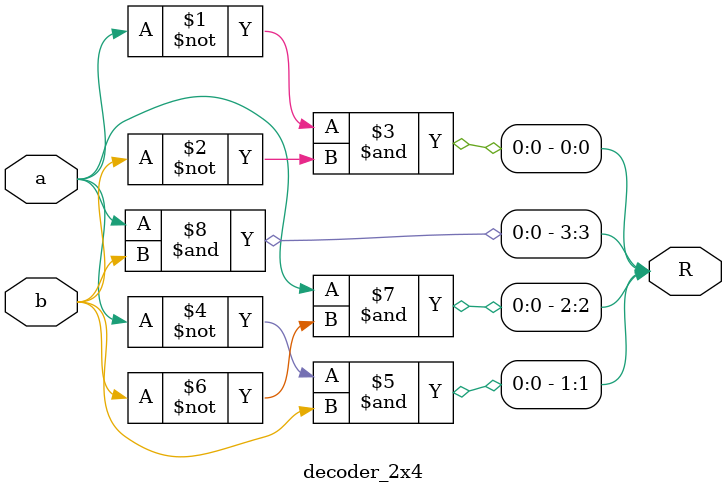
<source format=v>
`timescale 1ns / 1ps


module decoder_2x4(
    input a,
    input b,
    output [0:3] R
    );
    and(R[0],~a,~b);
    and(R[1],~a,b);
    and(R[2],a,~b);
    and(R[3],a,b);
endmodule

</source>
